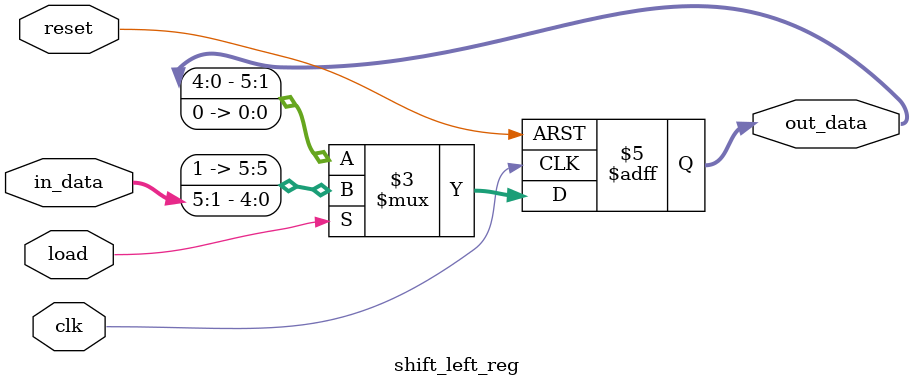
<source format=v>
module shift_left_reg (
    input wire clk,
    input wire reset,
    input wire load,
    input wire [5:0] in_data,
    output reg [5:0] out_data
);

    always @(posedge clk or posedge reset) begin
        if (reset)
            out_data <= 6'b0;
        else if (load)
            out_data <= {1'b1, in_data[5:1]};
        else
            out_data <= {out_data[4:0], 1'b0};
    end

endmodule

</source>
